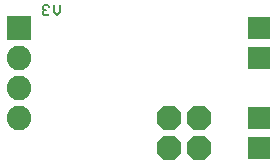
<source format=gbs>
G75*
%MOIN*%
%OFA0B0*%
%FSLAX25Y25*%
%IPPOS*%
%LPD*%
%AMOC8*
5,1,8,0,0,1.08239X$1,22.5*
%
%ADD10C,0.00600*%
%ADD11R,0.08200X0.08200*%
%ADD12C,0.08200*%
%ADD13R,0.07200X0.07200*%
%ADD14OC8,0.08200*%
D10*
X0017782Y0212383D02*
X0018916Y0212383D01*
X0019483Y0212950D01*
X0020898Y0213518D02*
X0020898Y0215786D01*
X0019483Y0215219D02*
X0018916Y0215786D01*
X0017782Y0215786D01*
X0017215Y0215219D01*
X0017215Y0214652D01*
X0017782Y0214085D01*
X0017215Y0213518D01*
X0017215Y0212950D01*
X0017782Y0212383D01*
X0017782Y0214085D02*
X0018349Y0214085D01*
X0020898Y0213518D02*
X0022032Y0212383D01*
X0023166Y0213518D01*
X0023166Y0215786D01*
D11*
X0009300Y0208233D03*
D12*
X0009300Y0198233D03*
X0009300Y0188233D03*
X0009300Y0178233D03*
D13*
X0089300Y0178233D03*
X0089300Y0168233D03*
X0089300Y0198233D03*
X0089300Y0208233D03*
D14*
X0059300Y0168233D03*
X0069300Y0168233D03*
X0069300Y0178233D03*
X0059300Y0178233D03*
M02*

</source>
